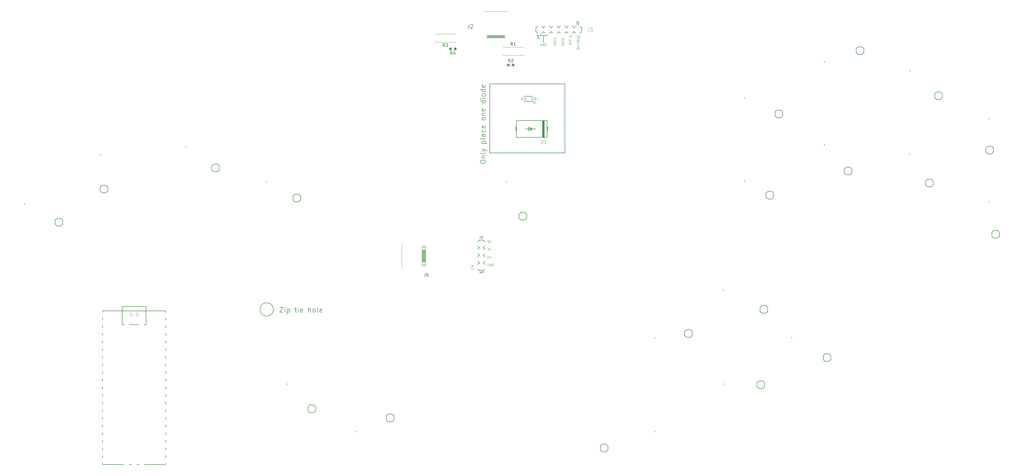
<source format=gto>
%TF.GenerationSoftware,KiCad,Pcbnew,6.0.8-f2edbf62ab~116~ubuntu22.04.1*%
%TF.CreationDate,2022-10-10T20:20:36-06:00*%
%TF.ProjectId,OF1 v1,4f463120-7631-42e6-9b69-6361645f7063,rev?*%
%TF.SameCoordinates,Original*%
%TF.FileFunction,Legend,Top*%
%TF.FilePolarity,Positive*%
%FSLAX46Y46*%
G04 Gerber Fmt 4.6, Leading zero omitted, Abs format (unit mm)*
G04 Created by KiCad (PCBNEW 6.0.8-f2edbf62ab~116~ubuntu22.04.1) date 2022-10-10 20:20:36*
%MOMM*%
%LPD*%
G01*
G04 APERTURE LIST*
G04 Aperture macros list*
%AMRoundRect*
0 Rectangle with rounded corners*
0 $1 Rounding radius*
0 $2 $3 $4 $5 $6 $7 $8 $9 X,Y pos of 4 corners*
0 Add a 4 corners polygon primitive as box body*
4,1,4,$2,$3,$4,$5,$6,$7,$8,$9,$2,$3,0*
0 Add four circle primitives for the rounded corners*
1,1,$1+$1,$2,$3*
1,1,$1+$1,$4,$5*
1,1,$1+$1,$6,$7*
1,1,$1+$1,$8,$9*
0 Add four rect primitives between the rounded corners*
20,1,$1+$1,$2,$3,$4,$5,0*
20,1,$1+$1,$4,$5,$6,$7,0*
20,1,$1+$1,$6,$7,$8,$9,0*
20,1,$1+$1,$8,$9,$2,$3,0*%
%AMFreePoly0*
4,1,17,0.425901,0.806901,0.806901,0.425901,0.825500,0.381000,0.825500,-0.381000,0.806901,-0.425901,0.425901,-0.806901,0.381000,-0.825500,-0.381000,-0.825500,-0.425901,-0.806901,-0.806901,-0.425901,-0.825500,-0.381000,-0.825500,0.381000,-0.806901,0.425901,-0.425901,0.806901,-0.381000,0.825500,0.381000,0.825500,0.425901,0.806901,0.425901,0.806901,$1*%
G04 Aperture macros list end*
%ADD10C,0.200000*%
%ADD11C,0.065024*%
%ADD12C,0.142240*%
%ADD13C,0.150000*%
%ADD14C,0.114300*%
%ADD15C,0.127000*%
%ADD16C,0.044941*%
%ADD17C,0.120000*%
%ADD18C,0.152400*%
%ADD19C,0.020000*%
%ADD20RoundRect,0.200000X0.200000X0.275000X-0.200000X0.275000X-0.200000X-0.275000X0.200000X-0.275000X0*%
%ADD21C,1.600000*%
%ADD22O,1.600000X1.600000*%
%ADD23RoundRect,0.200000X-0.200000X-0.275000X0.200000X-0.275000X0.200000X0.275000X-0.200000X0.275000X0*%
%ADD24O,3.175000X1.651000*%
%ADD25C,3.000000*%
%ADD26C,1.701800*%
%ADD27C,3.987800*%
%ADD28C,2.374900*%
%ADD29FreePoly0,0.000000*%
%ADD30O,4.622800X2.374900*%
%ADD31C,9.000000*%
%ADD32C,8.000000*%
%ADD33RoundRect,0.063500X0.605000X0.365000X-0.605000X0.365000X-0.605000X-0.365000X0.605000X-0.365000X0*%
%ADD34C,8.500000*%
%ADD35C,0.650000*%
%ADD36RoundRect,0.063500X-0.150000X-0.450000X0.150000X-0.450000X0.150000X0.450000X-0.150000X0.450000X0*%
%ADD37C,0.777000*%
%ADD38O,0.877000X1.627000*%
%ADD39C,1.500000*%
%ADD40C,2.100000*%
%ADD41O,3.327000X1.727000*%
%ADD42O,1.727000X3.327000*%
%ADD43RoundRect,0.063500X-0.400000X-0.400000X0.400000X-0.400000X0.400000X0.400000X-0.400000X0.400000X0*%
%ADD44RoundRect,0.063500X-0.620000X0.300000X-0.620000X-0.300000X0.620000X-0.300000X0.620000X0.300000X0*%
%ADD45RoundRect,0.063500X-0.620000X0.150000X-0.620000X-0.150000X0.620000X-0.150000X0.620000X0.150000X0*%
%ADD46O,2.227000X1.127000*%
%ADD47O,1.927000X1.127000*%
%ADD48O,1.651000X3.175000*%
G04 APERTURE END LIST*
D10*
X73737165Y-125753600D02*
G75*
G03*
X73737165Y-125753600I-2236065J0D01*
G01*
X145501100Y-50753600D02*
X170501100Y-50753600D01*
X170501100Y-50753600D02*
X170501100Y-73753600D01*
X170501100Y-73753600D02*
X145501100Y-73753600D01*
X162272621Y-34794232D02*
X164674246Y-34794232D01*
X145501100Y-73753600D02*
X145501100Y-50753600D01*
X164706284Y-33815094D02*
X164690587Y-33799397D01*
X163421272Y-34948854D02*
X163421272Y-36958357D01*
X164691100Y-34802747D02*
X164691100Y-34410263D01*
X162272621Y-34378054D02*
X162272621Y-34801935D01*
D11*
X145262880Y-110552081D02*
X145191663Y-110516472D01*
X145084838Y-110516472D01*
X144978013Y-110552081D01*
X144906796Y-110623297D01*
X144871188Y-110694514D01*
X144835580Y-110836948D01*
X144835580Y-110943773D01*
X144871188Y-111086206D01*
X144906796Y-111157423D01*
X144978013Y-111228640D01*
X145084838Y-111264248D01*
X145156055Y-111264248D01*
X145262880Y-111228640D01*
X145298489Y-111193031D01*
X145298489Y-110943773D01*
X145156055Y-110943773D01*
X145618964Y-111264248D02*
X145618964Y-110516472D01*
X146046265Y-111264248D01*
X146046265Y-110516472D01*
X146402348Y-111264248D02*
X146402348Y-110516472D01*
X146580390Y-110516472D01*
X146687215Y-110552081D01*
X146758432Y-110623297D01*
X146794041Y-110694514D01*
X146829649Y-110836948D01*
X146829649Y-110943773D01*
X146794041Y-111086206D01*
X146758432Y-111157423D01*
X146687215Y-111228640D01*
X146580390Y-111264248D01*
X146402348Y-111264248D01*
X171849836Y-37950909D02*
X171849836Y-37488000D01*
X172134703Y-37737258D01*
X172134703Y-37630433D01*
X172170312Y-37559217D01*
X172205920Y-37523608D01*
X172277137Y-37488000D01*
X172455179Y-37488000D01*
X172526395Y-37523608D01*
X172562004Y-37559217D01*
X172597612Y-37630433D01*
X172597612Y-37844084D01*
X172562004Y-37915300D01*
X172526395Y-37950909D01*
X171849836Y-37274350D02*
X172597612Y-37025091D01*
X171849836Y-36775832D01*
X171849836Y-36597790D02*
X171849836Y-36134881D01*
X172134703Y-36384140D01*
X172134703Y-36277315D01*
X172170312Y-36206098D01*
X172205920Y-36170490D01*
X172277137Y-36134881D01*
X172455179Y-36134881D01*
X172526395Y-36170490D01*
X172562004Y-36206098D01*
X172597612Y-36277315D01*
X172597612Y-36490965D01*
X172562004Y-36562182D01*
X172526395Y-36597790D01*
X172597612Y-35244672D02*
X172099095Y-35244672D01*
X171849836Y-35244672D02*
X171885445Y-35280280D01*
X171921053Y-35244672D01*
X171885445Y-35209063D01*
X171849836Y-35244672D01*
X171921053Y-35244672D01*
X172099095Y-34888588D02*
X172597612Y-34888588D01*
X172170312Y-34888588D02*
X172134703Y-34852980D01*
X172099095Y-34781763D01*
X172099095Y-34674938D01*
X172134703Y-34603721D01*
X172205920Y-34568113D01*
X172597612Y-34568113D01*
X174512501Y-39002948D02*
X174512501Y-39359032D01*
X174868585Y-39394640D01*
X174832977Y-39359032D01*
X174797368Y-39287815D01*
X174797368Y-39109773D01*
X174832977Y-39038557D01*
X174868585Y-39002948D01*
X174939802Y-38967340D01*
X175117844Y-38967340D01*
X175189060Y-39002948D01*
X175224669Y-39038557D01*
X175260277Y-39109773D01*
X175260277Y-39287815D01*
X175224669Y-39359032D01*
X175189060Y-39394640D01*
X174512501Y-38753690D02*
X175260277Y-38504431D01*
X174512501Y-38255172D01*
X174476893Y-37471788D02*
X175438319Y-38112739D01*
X174512501Y-37329354D02*
X175260277Y-37080096D01*
X174512501Y-36830837D01*
X174868585Y-36332320D02*
X174904193Y-36225494D01*
X174939802Y-36189886D01*
X175011018Y-36154278D01*
X175117844Y-36154278D01*
X175189060Y-36189886D01*
X175224669Y-36225494D01*
X175260277Y-36296711D01*
X175260277Y-36581578D01*
X174512501Y-36581578D01*
X174512501Y-36332320D01*
X174548110Y-36261103D01*
X174583718Y-36225494D01*
X174654935Y-36189886D01*
X174726151Y-36189886D01*
X174797368Y-36225494D01*
X174832977Y-36261103D01*
X174868585Y-36332320D01*
X174868585Y-36581578D01*
X174512501Y-35833802D02*
X175117844Y-35833802D01*
X175189060Y-35798194D01*
X175224669Y-35762586D01*
X175260277Y-35691369D01*
X175260277Y-35548935D01*
X175224669Y-35477718D01*
X175189060Y-35442110D01*
X175117844Y-35406502D01*
X174512501Y-35406502D01*
X175224669Y-35086026D02*
X175260277Y-34979201D01*
X175260277Y-34801159D01*
X175224669Y-34729942D01*
X175189060Y-34694334D01*
X175117844Y-34658726D01*
X175046627Y-34658726D01*
X174975410Y-34694334D01*
X174939802Y-34729942D01*
X174904193Y-34801159D01*
X174868585Y-34943593D01*
X174832977Y-35014810D01*
X174797368Y-35050418D01*
X174726151Y-35086026D01*
X174654935Y-35086026D01*
X174583718Y-35050418D01*
X174548110Y-35014810D01*
X174512501Y-34943593D01*
X174512501Y-34765551D01*
X174548110Y-34658726D01*
X144898153Y-106074316D02*
X144898153Y-105326540D01*
X145076195Y-105326540D01*
X145183020Y-105362149D01*
X145254237Y-105433365D01*
X145289845Y-105504582D01*
X145325454Y-105647016D01*
X145325454Y-105753841D01*
X145289845Y-105896274D01*
X145254237Y-105967491D01*
X145183020Y-106038708D01*
X145076195Y-106074316D01*
X144898153Y-106074316D01*
X145645929Y-105789449D02*
X146215663Y-105789449D01*
X166804315Y-37986517D02*
X167552091Y-37737258D01*
X166804315Y-37488000D01*
X167516483Y-37274350D02*
X167552091Y-37167524D01*
X167552091Y-36989482D01*
X167516483Y-36918266D01*
X167480874Y-36882657D01*
X167409658Y-36847049D01*
X167338441Y-36847049D01*
X167267224Y-36882657D01*
X167231616Y-36918266D01*
X167196007Y-36989482D01*
X167160399Y-37131916D01*
X167124791Y-37203133D01*
X167089182Y-37238741D01*
X167017965Y-37274350D01*
X166946749Y-37274350D01*
X166875532Y-37238741D01*
X166839924Y-37203133D01*
X166804315Y-37131916D01*
X166804315Y-36953874D01*
X166839924Y-36847049D01*
X167196007Y-36384140D02*
X167552091Y-36384140D01*
X166804315Y-36633399D02*
X167196007Y-36384140D01*
X166804315Y-36134881D01*
X167516483Y-35921231D02*
X167552091Y-35814406D01*
X167552091Y-35636364D01*
X167516483Y-35565147D01*
X167480874Y-35529539D01*
X167409658Y-35493930D01*
X167338441Y-35493930D01*
X167267224Y-35529539D01*
X167231616Y-35565147D01*
X167196007Y-35636364D01*
X167160399Y-35778798D01*
X167124791Y-35850014D01*
X167089182Y-35885623D01*
X167017965Y-35921231D01*
X166946749Y-35921231D01*
X166875532Y-35885623D01*
X166839924Y-35850014D01*
X166804315Y-35778798D01*
X166804315Y-35600756D01*
X166839924Y-35493930D01*
X170164591Y-37879692D02*
X169416815Y-37879692D01*
X169416815Y-37701650D01*
X169452424Y-37594825D01*
X169523640Y-37523608D01*
X169594857Y-37488000D01*
X169737291Y-37452391D01*
X169844116Y-37452391D01*
X169986549Y-37488000D01*
X170057766Y-37523608D01*
X170128983Y-37594825D01*
X170164591Y-37701650D01*
X170164591Y-37879692D01*
X169950941Y-37167524D02*
X169950941Y-36811441D01*
X170164591Y-37238741D02*
X169416815Y-36989482D01*
X170164591Y-36740224D01*
X169416815Y-36597790D02*
X169416815Y-36170490D01*
X170164591Y-36384140D02*
X169416815Y-36384140D01*
X169950941Y-35956839D02*
X169950941Y-35600756D01*
X170164591Y-36028056D02*
X169416815Y-35778798D01*
X170164591Y-35529539D01*
X162761989Y-37352224D02*
X162690772Y-37316615D01*
X162583947Y-37316615D01*
X162477122Y-37352224D01*
X162405905Y-37423440D01*
X162370297Y-37494657D01*
X162334689Y-37637091D01*
X162334689Y-37743916D01*
X162370297Y-37886349D01*
X162405905Y-37957566D01*
X162477122Y-38028783D01*
X162583947Y-38064391D01*
X162655164Y-38064391D01*
X162761989Y-38028783D01*
X162797598Y-37993174D01*
X162797598Y-37743916D01*
X162655164Y-37743916D01*
X163118073Y-38064391D02*
X163118073Y-37316615D01*
X163545374Y-38064391D01*
X163545374Y-37316615D01*
X163901457Y-38064391D02*
X163901457Y-37316615D01*
X164079499Y-37316615D01*
X164186324Y-37352224D01*
X164257541Y-37423440D01*
X164293150Y-37494657D01*
X164328758Y-37637091D01*
X164328758Y-37743916D01*
X164293150Y-37886349D01*
X164257541Y-37957566D01*
X164186324Y-38028783D01*
X164079499Y-38064391D01*
X163901457Y-38064391D01*
D12*
X142423206Y-76784536D02*
X142423206Y-76472962D01*
X142501100Y-76317176D01*
X142656886Y-76161389D01*
X142968460Y-76083496D01*
X143513713Y-76083496D01*
X143825286Y-76161389D01*
X143981073Y-76317176D01*
X144058966Y-76472962D01*
X144058966Y-76784536D01*
X143981073Y-76940322D01*
X143825286Y-77096109D01*
X143513713Y-77174002D01*
X142968460Y-77174002D01*
X142656886Y-77096109D01*
X142501100Y-76940322D01*
X142423206Y-76784536D01*
X142968460Y-75382456D02*
X144058966Y-75382456D01*
X143124246Y-75382456D02*
X143046353Y-75304562D01*
X142968460Y-75148776D01*
X142968460Y-74915096D01*
X143046353Y-74759309D01*
X143202140Y-74681416D01*
X144058966Y-74681416D01*
X144058966Y-73668802D02*
X143981073Y-73824589D01*
X143825286Y-73902482D01*
X142423206Y-73902482D01*
X142968460Y-73201442D02*
X144058966Y-72811976D01*
X142968460Y-72422509D02*
X144058966Y-72811976D01*
X144448433Y-72967762D01*
X144526326Y-73045656D01*
X144604220Y-73201442D01*
X142968460Y-70553069D02*
X144604220Y-70553069D01*
X143046353Y-70553069D02*
X142968460Y-70397282D01*
X142968460Y-70085709D01*
X143046353Y-69929922D01*
X143124246Y-69852029D01*
X143280033Y-69774136D01*
X143747393Y-69774136D01*
X143903180Y-69852029D01*
X143981073Y-69929922D01*
X144058966Y-70085709D01*
X144058966Y-70397282D01*
X143981073Y-70553069D01*
X144058966Y-68839416D02*
X143981073Y-68995202D01*
X143825286Y-69073096D01*
X142423206Y-69073096D01*
X144058966Y-67515229D02*
X143202140Y-67515229D01*
X143046353Y-67593122D01*
X142968460Y-67748909D01*
X142968460Y-68060482D01*
X143046353Y-68216269D01*
X143981073Y-67515229D02*
X144058966Y-67671016D01*
X144058966Y-68060482D01*
X143981073Y-68216269D01*
X143825286Y-68294162D01*
X143669500Y-68294162D01*
X143513713Y-68216269D01*
X143435820Y-68060482D01*
X143435820Y-67671016D01*
X143357926Y-67515229D01*
X143981073Y-66035256D02*
X144058966Y-66191042D01*
X144058966Y-66502616D01*
X143981073Y-66658402D01*
X143903180Y-66736296D01*
X143747393Y-66814189D01*
X143280033Y-66814189D01*
X143124246Y-66736296D01*
X143046353Y-66658402D01*
X142968460Y-66502616D01*
X142968460Y-66191042D01*
X143046353Y-66035256D01*
X143981073Y-64711069D02*
X144058966Y-64866856D01*
X144058966Y-65178429D01*
X143981073Y-65334216D01*
X143825286Y-65412109D01*
X143202140Y-65412109D01*
X143046353Y-65334216D01*
X142968460Y-65178429D01*
X142968460Y-64866856D01*
X143046353Y-64711069D01*
X143202140Y-64633176D01*
X143357926Y-64633176D01*
X143513713Y-65412109D01*
X144058966Y-62452162D02*
X143981073Y-62607949D01*
X143903180Y-62685842D01*
X143747393Y-62763736D01*
X143280033Y-62763736D01*
X143124246Y-62685842D01*
X143046353Y-62607949D01*
X142968460Y-62452162D01*
X142968460Y-62218482D01*
X143046353Y-62062696D01*
X143124246Y-61984802D01*
X143280033Y-61906909D01*
X143747393Y-61906909D01*
X143903180Y-61984802D01*
X143981073Y-62062696D01*
X144058966Y-62218482D01*
X144058966Y-62452162D01*
X142968460Y-61205869D02*
X144058966Y-61205869D01*
X143124246Y-61205869D02*
X143046353Y-61127976D01*
X142968460Y-60972189D01*
X142968460Y-60738509D01*
X143046353Y-60582722D01*
X143202140Y-60504829D01*
X144058966Y-60504829D01*
X143981073Y-59102749D02*
X144058966Y-59258536D01*
X144058966Y-59570109D01*
X143981073Y-59725896D01*
X143825286Y-59803789D01*
X143202140Y-59803789D01*
X143046353Y-59725896D01*
X142968460Y-59570109D01*
X142968460Y-59258536D01*
X143046353Y-59102749D01*
X143202140Y-59024856D01*
X143357926Y-59024856D01*
X143513713Y-59803789D01*
X144058966Y-56376482D02*
X142423206Y-56376482D01*
X143981073Y-56376482D02*
X144058966Y-56532269D01*
X144058966Y-56843842D01*
X143981073Y-56999629D01*
X143903180Y-57077522D01*
X143747393Y-57155416D01*
X143280033Y-57155416D01*
X143124246Y-57077522D01*
X143046353Y-56999629D01*
X142968460Y-56843842D01*
X142968460Y-56532269D01*
X143046353Y-56376482D01*
X144058966Y-55597549D02*
X142968460Y-55597549D01*
X142423206Y-55597549D02*
X142501100Y-55675442D01*
X142578993Y-55597549D01*
X142501100Y-55519656D01*
X142423206Y-55597549D01*
X142578993Y-55597549D01*
X144058966Y-54584936D02*
X143981073Y-54740722D01*
X143903180Y-54818616D01*
X143747393Y-54896509D01*
X143280033Y-54896509D01*
X143124246Y-54818616D01*
X143046353Y-54740722D01*
X142968460Y-54584936D01*
X142968460Y-54351256D01*
X143046353Y-54195469D01*
X143124246Y-54117576D01*
X143280033Y-54039682D01*
X143747393Y-54039682D01*
X143903180Y-54117576D01*
X143981073Y-54195469D01*
X144058966Y-54351256D01*
X144058966Y-54584936D01*
X144058966Y-52637602D02*
X142423206Y-52637602D01*
X143981073Y-52637602D02*
X144058966Y-52793389D01*
X144058966Y-53104962D01*
X143981073Y-53260749D01*
X143903180Y-53338642D01*
X143747393Y-53416536D01*
X143280033Y-53416536D01*
X143124246Y-53338642D01*
X143046353Y-53260749D01*
X142968460Y-53104962D01*
X142968460Y-52793389D01*
X143046353Y-52637602D01*
X143981073Y-51235522D02*
X144058966Y-51391309D01*
X144058966Y-51702882D01*
X143981073Y-51858669D01*
X143825286Y-51936562D01*
X143202140Y-51936562D01*
X143046353Y-51858669D01*
X142968460Y-51702882D01*
X142968460Y-51391309D01*
X143046353Y-51235522D01*
X143202140Y-51157629D01*
X143357926Y-51157629D01*
X143513713Y-51936562D01*
X75827236Y-125039946D02*
X76917742Y-125039946D01*
X75827236Y-126675706D01*
X76917742Y-126675706D01*
X77540889Y-126675706D02*
X77540889Y-125585200D01*
X77540889Y-125039946D02*
X77462996Y-125117840D01*
X77540889Y-125195733D01*
X77618782Y-125117840D01*
X77540889Y-125039946D01*
X77540889Y-125195733D01*
X78319822Y-125585200D02*
X78319822Y-127220960D01*
X78319822Y-125663093D02*
X78475609Y-125585200D01*
X78787182Y-125585200D01*
X78942969Y-125663093D01*
X79020862Y-125740986D01*
X79098756Y-125896773D01*
X79098756Y-126364133D01*
X79020862Y-126519920D01*
X78942969Y-126597813D01*
X78787182Y-126675706D01*
X78475609Y-126675706D01*
X78319822Y-126597813D01*
X80812409Y-125585200D02*
X81435556Y-125585200D01*
X81046089Y-125039946D02*
X81046089Y-126442026D01*
X81123982Y-126597813D01*
X81279769Y-126675706D01*
X81435556Y-126675706D01*
X81980809Y-126675706D02*
X81980809Y-125585200D01*
X81980809Y-125039946D02*
X81902916Y-125117840D01*
X81980809Y-125195733D01*
X82058702Y-125117840D01*
X81980809Y-125039946D01*
X81980809Y-125195733D01*
X83382889Y-126597813D02*
X83227102Y-126675706D01*
X82915529Y-126675706D01*
X82759742Y-126597813D01*
X82681849Y-126442026D01*
X82681849Y-125818880D01*
X82759742Y-125663093D01*
X82915529Y-125585200D01*
X83227102Y-125585200D01*
X83382889Y-125663093D01*
X83460782Y-125818880D01*
X83460782Y-125974666D01*
X82681849Y-126130453D01*
X85408116Y-126675706D02*
X85408116Y-125039946D01*
X86109156Y-126675706D02*
X86109156Y-125818880D01*
X86031262Y-125663093D01*
X85875476Y-125585200D01*
X85641796Y-125585200D01*
X85486009Y-125663093D01*
X85408116Y-125740986D01*
X87121769Y-126675706D02*
X86965982Y-126597813D01*
X86888089Y-126519920D01*
X86810196Y-126364133D01*
X86810196Y-125896773D01*
X86888089Y-125740986D01*
X86965982Y-125663093D01*
X87121769Y-125585200D01*
X87355449Y-125585200D01*
X87511236Y-125663093D01*
X87589129Y-125740986D01*
X87667022Y-125896773D01*
X87667022Y-126364133D01*
X87589129Y-126519920D01*
X87511236Y-126597813D01*
X87355449Y-126675706D01*
X87121769Y-126675706D01*
X88601742Y-126675706D02*
X88445956Y-126597813D01*
X88368062Y-126442026D01*
X88368062Y-125039946D01*
X89848036Y-126597813D02*
X89692249Y-126675706D01*
X89380676Y-126675706D01*
X89224889Y-126597813D01*
X89146996Y-126442026D01*
X89146996Y-125818880D01*
X89224889Y-125663093D01*
X89380676Y-125585200D01*
X89692249Y-125585200D01*
X89848036Y-125663093D01*
X89925929Y-125818880D01*
X89925929Y-125974666D01*
X89146996Y-126130453D01*
D11*
X145246109Y-102848340D02*
X144890025Y-102848340D01*
X144854417Y-103204424D01*
X144890025Y-103168816D01*
X144961242Y-103133207D01*
X145139284Y-103133207D01*
X145210500Y-103168816D01*
X145246109Y-103204424D01*
X145281717Y-103275641D01*
X145281717Y-103453683D01*
X145246109Y-103524899D01*
X145210500Y-103560508D01*
X145139284Y-103596116D01*
X144961242Y-103596116D01*
X144890025Y-103560508D01*
X144854417Y-103524899D01*
X145495367Y-102848340D02*
X145744626Y-103596116D01*
X145993885Y-102848340D01*
X144833516Y-108739604D02*
X144833516Y-107991828D01*
X145011558Y-107991828D01*
X145118383Y-108027437D01*
X145189600Y-108098653D01*
X145225208Y-108169870D01*
X145260817Y-108312304D01*
X145260817Y-108419129D01*
X145225208Y-108561562D01*
X145189600Y-108632779D01*
X145118383Y-108703996D01*
X145011558Y-108739604D01*
X144833516Y-108739604D01*
X145581292Y-108454737D02*
X146151026Y-108454737D01*
X145866159Y-108739604D02*
X145866159Y-108169870D01*
D13*
%TO.C,R4*%
X133119600Y-41024681D02*
X132786267Y-40548491D01*
X132548171Y-41024681D02*
X132548171Y-40024681D01*
X132929124Y-40024681D01*
X133024362Y-40072301D01*
X133071981Y-40119920D01*
X133119600Y-40215158D01*
X133119600Y-40358015D01*
X133071981Y-40453253D01*
X133024362Y-40500872D01*
X132929124Y-40548491D01*
X132548171Y-40548491D01*
X133976743Y-40358015D02*
X133976743Y-41024681D01*
X133738647Y-39977062D02*
X133500552Y-40691348D01*
X134119600Y-40691348D01*
%TO.C,R3*%
X130643333Y-38382380D02*
X130310000Y-37906190D01*
X130071904Y-38382380D02*
X130071904Y-37382380D01*
X130452857Y-37382380D01*
X130548095Y-37430000D01*
X130595714Y-37477619D01*
X130643333Y-37572857D01*
X130643333Y-37715714D01*
X130595714Y-37810952D01*
X130548095Y-37858571D01*
X130452857Y-37906190D01*
X130071904Y-37906190D01*
X130976666Y-37382380D02*
X131595714Y-37382380D01*
X131262380Y-37763333D01*
X131405238Y-37763333D01*
X131500476Y-37810952D01*
X131548095Y-37858571D01*
X131595714Y-37953809D01*
X131595714Y-38191904D01*
X131548095Y-38287142D01*
X131500476Y-38334761D01*
X131405238Y-38382380D01*
X131119523Y-38382380D01*
X131024285Y-38334761D01*
X130976666Y-38287142D01*
%TO.C,R2*%
X152324609Y-43532963D02*
X151991276Y-43056773D01*
X151753180Y-43532963D02*
X151753180Y-42532963D01*
X152134133Y-42532963D01*
X152229371Y-42580583D01*
X152276990Y-42628202D01*
X152324609Y-42723440D01*
X152324609Y-42866297D01*
X152276990Y-42961535D01*
X152229371Y-43009154D01*
X152134133Y-43056773D01*
X151753180Y-43056773D01*
X152705561Y-42628202D02*
X152753180Y-42580583D01*
X152848418Y-42532963D01*
X153086514Y-42532963D01*
X153181752Y-42580583D01*
X153229371Y-42628202D01*
X153276990Y-42723440D01*
X153276990Y-42818678D01*
X153229371Y-42961535D01*
X152657942Y-43532963D01*
X153276990Y-43532963D01*
%TO.C,R1*%
X153177573Y-38002325D02*
X152844240Y-37526135D01*
X152606144Y-38002325D02*
X152606144Y-37002325D01*
X152987097Y-37002325D01*
X153082335Y-37049945D01*
X153129954Y-37097564D01*
X153177573Y-37192802D01*
X153177573Y-37335659D01*
X153129954Y-37430897D01*
X153082335Y-37478516D01*
X152987097Y-37526135D01*
X152606144Y-37526135D01*
X154129954Y-38002325D02*
X153558525Y-38002325D01*
X153844240Y-38002325D02*
X153844240Y-37002325D01*
X153749001Y-37145183D01*
X153653763Y-37240421D01*
X153558525Y-37288040D01*
D14*
%TO.C,J4*%
X139067116Y-112153938D02*
X139892616Y-112153938D01*
X140057716Y-112208971D01*
X140167783Y-112319038D01*
X140222816Y-112484138D01*
X140222816Y-112594205D01*
X139452350Y-111108305D02*
X140222816Y-111108305D01*
X139012083Y-111383471D02*
X139837583Y-111658638D01*
X139837583Y-110943205D01*
D15*
X142563636Y-101575050D02*
X143325636Y-101575050D01*
X142128207Y-101847192D02*
X142944636Y-102119335D01*
X142944636Y-101411764D01*
X143325636Y-113023192D02*
X143325636Y-113676335D01*
X143325636Y-113349764D02*
X142182636Y-113349764D01*
X142345922Y-113458621D01*
X142454779Y-113567478D01*
X142509207Y-113676335D01*
D14*
%TO.C,D1*%
X162525605Y-70609819D02*
X162525605Y-69454119D01*
X162800771Y-69454119D01*
X162965871Y-69509153D01*
X163075938Y-69619219D01*
X163130971Y-69729286D01*
X163186005Y-69949419D01*
X163186005Y-70114519D01*
X163130971Y-70334653D01*
X163075938Y-70444719D01*
X162965871Y-70554786D01*
X162800771Y-70609819D01*
X162525605Y-70609819D01*
X164286671Y-70609819D02*
X163626271Y-70609819D01*
X163956471Y-70609819D02*
X163956471Y-69454119D01*
X163846405Y-69619219D01*
X163736338Y-69729286D01*
X163626271Y-69784319D01*
D13*
%TO.C,@HOLE11*%
%TO.C,@HOLE8*%
%TO.C,@HOLE0*%
D16*
%TO.C,D2*%
X160006329Y-57261591D02*
X160006329Y-56695917D01*
X160141013Y-56695917D01*
X160221824Y-56722854D01*
X160275698Y-56776727D01*
X160302634Y-56830601D01*
X160329571Y-56938348D01*
X160329571Y-57019159D01*
X160302634Y-57126906D01*
X160275698Y-57180780D01*
X160221824Y-57234654D01*
X160141013Y-57261591D01*
X160006329Y-57261591D01*
X160545066Y-56749790D02*
X160572003Y-56722854D01*
X160625877Y-56695917D01*
X160760561Y-56695917D01*
X160814435Y-56722854D01*
X160841372Y-56749790D01*
X160868308Y-56803664D01*
X160868308Y-56857538D01*
X160841372Y-56938348D01*
X160518129Y-57261591D01*
X160868308Y-57261591D01*
D13*
%TO.C,@HOLE9*%
%TO.C,@HOLE14*%
%TO.C,J2*%
X138677552Y-31086422D02*
X138677552Y-31993565D01*
X138617076Y-32174994D01*
X138496124Y-32295946D01*
X138314695Y-32356422D01*
X138193743Y-32356422D01*
X139221838Y-31207375D02*
X139282314Y-31146899D01*
X139403266Y-31086422D01*
X139705647Y-31086422D01*
X139826600Y-31146899D01*
X139887076Y-31207375D01*
X139947552Y-31328327D01*
X139947552Y-31449279D01*
X139887076Y-31630708D01*
X139161362Y-32356422D01*
X139947552Y-32356422D01*
%TO.C,@HOLE13*%
%TO.C,@HOLE1*%
%TO.C,@HOLE2*%
%TO.C,@HOLE10*%
%TO.C,@HOLE15*%
%TO.C,@HOLE6*%
%TO.C,@HOLE16*%
%TO.C,@HOLE3*%
%TO.C,@HOLE12*%
%TO.C,@HOLE4*%
%TO.C,J5*%
X124126666Y-113752380D02*
X124126666Y-114466666D01*
X124079047Y-114609523D01*
X123983809Y-114704761D01*
X123840952Y-114752380D01*
X123745714Y-114752380D01*
X125079047Y-113752380D02*
X124602857Y-113752380D01*
X124555238Y-114228571D01*
X124602857Y-114180952D01*
X124698095Y-114133333D01*
X124936190Y-114133333D01*
X125031428Y-114180952D01*
X125079047Y-114228571D01*
X125126666Y-114323809D01*
X125126666Y-114561904D01*
X125079047Y-114657142D01*
X125031428Y-114704761D01*
X124936190Y-114752380D01*
X124698095Y-114752380D01*
X124602857Y-114704761D01*
X124555238Y-114657142D01*
D14*
%TO.C,J3*%
X178479661Y-32120716D02*
X178479661Y-32946216D01*
X178424628Y-33111316D01*
X178314561Y-33221383D01*
X178149461Y-33276416D01*
X178039395Y-33276416D01*
X178919928Y-32120716D02*
X179635361Y-32120716D01*
X179250128Y-32560983D01*
X179415228Y-32560983D01*
X179525295Y-32616016D01*
X179580328Y-32671050D01*
X179635361Y-32781116D01*
X179635361Y-33056283D01*
X179580328Y-33166350D01*
X179525295Y-33221383D01*
X179415228Y-33276416D01*
X179085028Y-33276416D01*
X178974961Y-33221383D01*
X178919928Y-33166350D01*
D15*
X162053522Y-35631815D02*
X161400379Y-35631815D01*
X161726950Y-35631815D02*
X161726950Y-34488815D01*
X161618093Y-34652101D01*
X161509236Y-34760958D01*
X161400379Y-34815386D01*
X175060650Y-29905171D02*
X174842935Y-29905171D01*
X174734078Y-29959600D01*
X174679650Y-30014028D01*
X174570792Y-30177314D01*
X174516364Y-30395028D01*
X174516364Y-30830457D01*
X174570792Y-30939314D01*
X174625221Y-30993742D01*
X174734078Y-31048171D01*
X174951792Y-31048171D01*
X175060650Y-30993742D01*
X175115078Y-30939314D01*
X175169507Y-30830457D01*
X175169507Y-30558314D01*
X175115078Y-30449457D01*
X175060650Y-30395028D01*
X174951792Y-30340600D01*
X174734078Y-30340600D01*
X174625221Y-30395028D01*
X174570792Y-30449457D01*
X174516364Y-30558314D01*
D13*
%TO.C,@HOLE5*%
%TO.C,@HOLE7*%
D17*
%TO.C,R4*%
X133523525Y-38619801D02*
X133049009Y-38619801D01*
X133523525Y-39664801D02*
X133049009Y-39664801D01*
%TO.C,R3*%
X127540000Y-34190000D02*
X127540000Y-34520000D01*
X134080000Y-36930000D02*
X127540000Y-36930000D01*
X134080000Y-34190000D02*
X127540000Y-34190000D01*
X134080000Y-34520000D02*
X134080000Y-34190000D01*
X134080000Y-36600000D02*
X134080000Y-36930000D01*
X127540000Y-36930000D02*
X127540000Y-36600000D01*
%TO.C,R2*%
X152254018Y-45033083D02*
X152728534Y-45033083D01*
X152254018Y-43988083D02*
X152728534Y-43988083D01*
%TO.C,R1*%
X156614240Y-41289945D02*
X156614240Y-40959945D01*
X150074240Y-38549945D02*
X156614240Y-38549945D01*
X150074240Y-41289945D02*
X156614240Y-41289945D01*
X150074240Y-40959945D02*
X150074240Y-41289945D01*
X150074240Y-38879945D02*
X150074240Y-38549945D01*
X156614240Y-38549945D02*
X156614240Y-38879945D01*
D18*
%TO.C,J4*%
X143380065Y-107753600D02*
X144015065Y-108388600D01*
X141475065Y-107118600D02*
X141475065Y-105848600D01*
X141475065Y-112198600D02*
X142110065Y-112833600D01*
X144015065Y-107118600D02*
X143380065Y-107753600D01*
X142110065Y-110293600D02*
X141475065Y-109658600D01*
X143380065Y-102673600D02*
X144015065Y-103308600D01*
X141475065Y-103308600D02*
X142110065Y-102673600D01*
X143380065Y-105213600D02*
X144015065Y-104578600D01*
X143380065Y-105213600D02*
X144015065Y-105848600D01*
X141475065Y-109658600D02*
X141475065Y-108388600D01*
X141475065Y-104578600D02*
X142110065Y-105213600D01*
X141475065Y-105848600D02*
X142110065Y-105213600D01*
X144015065Y-103308600D02*
X144015065Y-104578600D01*
X142110065Y-112833600D02*
X143380065Y-112833600D01*
X143380065Y-112833600D02*
X144015065Y-112198600D01*
X144015065Y-108388600D02*
X144015065Y-109658600D01*
X141475065Y-104578600D02*
X141475065Y-103308600D01*
X141475065Y-110928600D02*
X142110065Y-110293600D01*
X142110065Y-107753600D02*
X141475065Y-107118600D01*
X142110065Y-102673600D02*
X143380065Y-102673600D01*
X141475065Y-112198600D02*
X141475065Y-110928600D01*
X141475065Y-108388600D02*
X142110065Y-107753600D01*
X143380065Y-110293600D02*
X144015065Y-110928600D01*
X144015065Y-110928600D02*
X144015065Y-112198600D01*
X144015065Y-105848600D02*
X144015065Y-107118600D01*
X144015065Y-109658600D02*
X143380065Y-110293600D01*
D15*
%TO.C,U$15*%
X285000100Y-73773600D02*
X285000100Y-74154600D01*
D18*
%TO.C,JP11*%
X265136100Y-78483600D02*
X265771100Y-79118600D01*
X263231100Y-80388600D02*
X263866100Y-81023600D01*
X263231100Y-79118600D02*
X263231100Y-80388600D01*
X265136100Y-81023600D02*
X263866100Y-81023600D01*
X265771100Y-80388600D02*
X265136100Y-81023600D01*
X265771100Y-79118600D02*
X265771100Y-80388600D01*
X263866100Y-78483600D02*
X265136100Y-78483600D01*
X263866100Y-78483600D02*
X263231100Y-79118600D01*
D15*
%TO.C,U$11*%
X285000100Y-46163600D02*
X285000100Y-46544600D01*
D18*
%TO.C,JP10*%
X239136100Y-89023600D02*
X237866100Y-89023600D01*
X237231100Y-88388600D02*
X237866100Y-89023600D01*
X237866100Y-86483600D02*
X239136100Y-86483600D01*
X239771100Y-88388600D02*
X239136100Y-89023600D01*
X239136100Y-86483600D02*
X239771100Y-87118600D01*
X239771100Y-87118600D02*
X239771100Y-88388600D01*
X237866100Y-86483600D02*
X237231100Y-87118600D01*
X237231100Y-87118600D02*
X237231100Y-88388600D01*
D15*
%TO.C,U$17*%
X223112100Y-119133600D02*
X223112100Y-119514600D01*
D18*
%TO.C,JP5*%
X82771100Y-89388600D02*
X82136100Y-90023600D01*
X80866100Y-87483600D02*
X82136100Y-87483600D01*
X82136100Y-87483600D02*
X82771100Y-88118600D01*
X80866100Y-87483600D02*
X80231100Y-88118600D01*
X80231100Y-89388600D02*
X80866100Y-90023600D01*
X82771100Y-88118600D02*
X82771100Y-89388600D01*
X82136100Y-90023600D02*
X80866100Y-90023600D01*
X80231100Y-88118600D02*
X80231100Y-89388600D01*
D15*
%TO.C,U$6*%
X78292100Y-150318600D02*
X78292100Y-150699600D01*
D18*
%TO.C,D1*%
X158358100Y-66337800D02*
X158358100Y-65169400D01*
X159501100Y-65753600D02*
X159501100Y-65169400D01*
X159501100Y-65753600D02*
X157215100Y-65753600D01*
X164581100Y-68547600D02*
X154421100Y-68547600D01*
X160771100Y-65753600D02*
X159501100Y-65753600D01*
X154421100Y-68547600D02*
X154421100Y-62959600D01*
X159501100Y-66337800D02*
X159501100Y-65753600D01*
X164581100Y-62959600D02*
X164581100Y-68547600D01*
X159501100Y-65753600D02*
X158358100Y-66337800D01*
X158358100Y-65169400D02*
X159501100Y-65753600D01*
X154421100Y-62959600D02*
X164581100Y-62959600D01*
G36*
X163692100Y-68547600D02*
G01*
X162930100Y-68547600D01*
X162930100Y-62959600D01*
X163692100Y-62959600D01*
X163692100Y-68547600D01*
G37*
G36*
X154421100Y-66388600D02*
G01*
X153532100Y-66388600D01*
X153532100Y-65118600D01*
X154421100Y-65118600D01*
X154421100Y-66388600D01*
G37*
G36*
X165470100Y-66388600D02*
G01*
X164581100Y-66388600D01*
X164581100Y-65118600D01*
X165470100Y-65118600D01*
X165470100Y-66388600D01*
G37*
D15*
%TO.C,U$20*%
X223112100Y-150318600D02*
X223112100Y-150699600D01*
%TO.C,D2*%
X157076100Y-54903600D02*
X159926100Y-54903600D01*
X159926100Y-56603600D02*
X157076100Y-56603600D01*
D10*
X161601100Y-55753600D02*
G75*
G03*
X161601100Y-55753600I-100000J0D01*
G01*
D18*
%TO.C,JP18*%
X210866100Y-132483600D02*
X210231100Y-133118600D01*
X212771100Y-134388600D02*
X212136100Y-135023600D01*
X210231100Y-133118600D02*
X210231100Y-134388600D01*
X212136100Y-132483600D02*
X212771100Y-133118600D01*
X210866100Y-132483600D02*
X212136100Y-132483600D01*
X212771100Y-133118600D02*
X212771100Y-134388600D01*
X212136100Y-135023600D02*
X210866100Y-135023600D01*
X210231100Y-134388600D02*
X210866100Y-135023600D01*
D15*
%TO.C,U$10*%
X256645100Y-43188600D02*
X256645100Y-43569600D01*
D18*
%TO.C,JP6*%
X85231100Y-159388600D02*
X85866100Y-160023600D01*
X85866100Y-157483600D02*
X85231100Y-158118600D01*
X85231100Y-158118600D02*
X85231100Y-159388600D01*
X87136100Y-160023600D02*
X85866100Y-160023600D01*
X87771100Y-159388600D02*
X87136100Y-160023600D01*
X87771100Y-158118600D02*
X87771100Y-159388600D01*
X85866100Y-157483600D02*
X87136100Y-157483600D01*
X87136100Y-157483600D02*
X87771100Y-158118600D01*
%TO.C,JP14*%
X310231100Y-73388600D02*
X310866100Y-74023600D01*
X312771100Y-73388600D02*
X312136100Y-74023600D01*
X312771100Y-72118600D02*
X312771100Y-73388600D01*
X310231100Y-72118600D02*
X310231100Y-73388600D01*
X310866100Y-71483600D02*
X310231100Y-72118600D01*
X312136100Y-71483600D02*
X312771100Y-72118600D01*
X310866100Y-71483600D02*
X312136100Y-71483600D01*
X312136100Y-74023600D02*
X310866100Y-74023600D01*
%TO.C,JP4*%
X53866100Y-77483600D02*
X55136100Y-77483600D01*
X55136100Y-77483600D02*
X55771100Y-78118600D01*
X55771100Y-78118600D02*
X55771100Y-79388600D01*
X53231100Y-79388600D02*
X53866100Y-80023600D01*
X55771100Y-79388600D02*
X55136100Y-80023600D01*
X53231100Y-78118600D02*
X53231100Y-79388600D01*
X53866100Y-77483600D02*
X53231100Y-78118600D01*
X55136100Y-80023600D02*
X53866100Y-80023600D01*
D15*
%TO.C,U$13*%
X230127100Y-82793600D02*
X230127100Y-83174600D01*
D18*
%TO.C,JP9*%
X240866100Y-59483600D02*
X240231100Y-60118600D01*
X242771100Y-60118600D02*
X242771100Y-61388600D01*
X242136100Y-59483600D02*
X242771100Y-60118600D01*
X242136100Y-62023600D02*
X240866100Y-62023600D01*
X242771100Y-61388600D02*
X242136100Y-62023600D01*
X240231100Y-61388600D02*
X240866100Y-62023600D01*
X240231100Y-60118600D02*
X240231100Y-61388600D01*
X240866100Y-59483600D02*
X242136100Y-59483600D01*
D17*
%TO.C,J2*%
X151568981Y-26753600D02*
X143568981Y-26753600D01*
D15*
%TO.C,U$1*%
X-8874900Y-90433600D02*
X-8874900Y-90814600D01*
%TO.C,U$21*%
X200425100Y-166088600D02*
X200425100Y-166469600D01*
D18*
%TO.C,JP16*%
X290866100Y-82483600D02*
X290231100Y-83118600D01*
X292136100Y-82483600D02*
X292771100Y-83118600D01*
X290866100Y-82483600D02*
X292136100Y-82483600D01*
X292136100Y-85023600D02*
X290866100Y-85023600D01*
X290231100Y-83118600D02*
X290231100Y-84388600D01*
X290231100Y-84388600D02*
X290866100Y-85023600D01*
X292771100Y-83118600D02*
X292771100Y-84388600D01*
X292771100Y-84388600D02*
X292136100Y-85023600D01*
D15*
%TO.C,U$2*%
X16405100Y-74130600D02*
X16405100Y-74511600D01*
%TO.C,U$4*%
X44761100Y-71404600D02*
X44761100Y-71785600D01*
D18*
%TO.C,JP20*%
X236771100Y-151388600D02*
X236136100Y-152023600D01*
X236136100Y-152023600D02*
X234866100Y-152023600D01*
X234231100Y-150118600D02*
X234231100Y-151388600D01*
X234866100Y-149483600D02*
X234231100Y-150118600D01*
X236136100Y-149483600D02*
X236771100Y-150118600D01*
X236771100Y-150118600D02*
X236771100Y-151388600D01*
X234866100Y-149483600D02*
X236136100Y-149483600D01*
X234231100Y-151388600D02*
X234866100Y-152023600D01*
D15*
%TO.C,U$7*%
X100980100Y-166087600D02*
X100980100Y-166468600D01*
D18*
%TO.C,JP13*%
X295136100Y-53483600D02*
X295771100Y-54118600D01*
X295136100Y-56023600D02*
X293866100Y-56023600D01*
X293231100Y-54118600D02*
X293231100Y-55388600D01*
X293231100Y-55388600D02*
X293866100Y-56023600D01*
X293866100Y-53483600D02*
X295136100Y-53483600D01*
X295771100Y-55388600D02*
X295136100Y-56023600D01*
X293866100Y-53483600D02*
X293231100Y-54118600D01*
X295771100Y-54118600D02*
X295771100Y-55388600D01*
D15*
%TO.C,U$19*%
X245769100Y-134903600D02*
X245769100Y-135284600D01*
D18*
%TO.C,JP17*%
X235231100Y-126388600D02*
X235866100Y-127023600D01*
X237771100Y-126388600D02*
X237136100Y-127023600D01*
X237136100Y-127023600D02*
X235866100Y-127023600D01*
X237136100Y-124483600D02*
X237771100Y-125118600D01*
X235231100Y-125118600D02*
X235231100Y-126388600D01*
X237771100Y-125118600D02*
X237771100Y-126388600D01*
X235866100Y-124483600D02*
X237136100Y-124483600D01*
X235866100Y-124483600D02*
X235231100Y-125118600D01*
%TO.C,JP12*%
X269136100Y-38483600D02*
X269771100Y-39118600D01*
X269771100Y-39118600D02*
X269771100Y-40388600D01*
X269136100Y-41023600D02*
X267866100Y-41023600D01*
X267866100Y-38483600D02*
X267231100Y-39118600D01*
X267866100Y-38483600D02*
X269136100Y-38483600D01*
X269771100Y-40388600D02*
X269136100Y-41023600D01*
X267231100Y-39118600D02*
X267231100Y-40388600D01*
X267231100Y-40388600D02*
X267866100Y-41023600D01*
D15*
%TO.C,J1*%
X38001100Y-177253600D02*
X17001100Y-177253600D01*
X31501100Y-124753600D02*
X31401100Y-126253600D01*
X23501100Y-126253600D02*
X23501100Y-130753600D01*
X23501100Y-130753600D02*
X31501100Y-130753600D01*
X23501100Y-126253600D02*
X31401100Y-126253600D01*
X23501100Y-124753600D02*
X31501100Y-124753600D01*
X31501100Y-130753600D02*
X31401100Y-126253600D01*
X17001100Y-177253600D02*
X17001100Y-126253600D01*
X31401100Y-126253600D02*
X38001100Y-126253600D01*
X17001100Y-126253600D02*
X23501100Y-126253600D01*
X38001100Y-126253600D02*
X38001100Y-177253600D01*
X23501100Y-126253600D02*
X23501100Y-124753600D01*
D18*
%TO.C,JP15*%
X314136100Y-99483600D02*
X314771100Y-100118600D01*
X314771100Y-101388600D02*
X314136100Y-102023600D01*
X312866100Y-99483600D02*
X314136100Y-99483600D01*
X312231100Y-101388600D02*
X312866100Y-102023600D01*
X312231100Y-100118600D02*
X312231100Y-101388600D01*
X314136100Y-102023600D02*
X312866100Y-102023600D01*
X312866100Y-99483600D02*
X312231100Y-100118600D01*
X314771100Y-100118600D02*
X314771100Y-101388600D01*
D15*
%TO.C,U$5*%
X71333100Y-83167600D02*
X71333100Y-83548600D01*
%TO.C,U$18*%
X200425100Y-134903600D02*
X200425100Y-135284600D01*
%TO.C,U$16*%
X311223100Y-89809600D02*
X311223100Y-90190600D01*
D18*
%TO.C,JP7*%
X113136100Y-160483600D02*
X113771100Y-161118600D01*
X111866100Y-160483600D02*
X113136100Y-160483600D01*
X111231100Y-161118600D02*
X111231100Y-162388600D01*
X113771100Y-161118600D02*
X113771100Y-162388600D01*
X111231100Y-162388600D02*
X111866100Y-163023600D01*
X113771100Y-162388600D02*
X113136100Y-163023600D01*
X111866100Y-160483600D02*
X111231100Y-161118600D01*
X113136100Y-163023600D02*
X111866100Y-163023600D01*
D19*
%TO.C,J5*%
X116299393Y-103971075D02*
X116299393Y-111971075D01*
D18*
%TO.C,JP2*%
X3771100Y-96118600D02*
X3771100Y-97388600D01*
X1231100Y-97388600D02*
X1866100Y-98023600D01*
X1866100Y-95483600D02*
X3136100Y-95483600D01*
X1231100Y-96118600D02*
X1231100Y-97388600D01*
X3136100Y-98023600D02*
X1866100Y-98023600D01*
X3771100Y-97388600D02*
X3136100Y-98023600D01*
X3136100Y-95483600D02*
X3771100Y-96118600D01*
X1866100Y-95483600D02*
X1231100Y-96118600D01*
%TO.C,JP8*%
X157771100Y-94118600D02*
X157771100Y-95388600D01*
X157136100Y-96023600D02*
X155866100Y-96023600D01*
X155866100Y-93483600D02*
X155231100Y-94118600D01*
X155231100Y-94118600D02*
X155231100Y-95388600D01*
X155866100Y-93483600D02*
X157136100Y-93483600D01*
X157136100Y-93483600D02*
X157771100Y-94118600D01*
X155231100Y-95388600D02*
X155866100Y-96023600D01*
X157771100Y-95388600D02*
X157136100Y-96023600D01*
D15*
%TO.C,U$12*%
X311223100Y-62199600D02*
X311223100Y-62580600D01*
%TO.C,U$9*%
X230127100Y-55184600D02*
X230127100Y-55565600D01*
D18*
%TO.C,JP21*%
X182866100Y-170483600D02*
X182231100Y-171118600D01*
X184136100Y-173023600D02*
X182866100Y-173023600D01*
X182231100Y-172388600D02*
X182866100Y-173023600D01*
X184771100Y-171118600D02*
X184771100Y-172388600D01*
X182231100Y-171118600D02*
X182231100Y-172388600D01*
X182866100Y-170483600D02*
X184136100Y-170483600D01*
X184136100Y-170483600D02*
X184771100Y-171118600D01*
X184771100Y-172388600D02*
X184136100Y-173023600D01*
D15*
%TO.C,U$14*%
X256645100Y-70798600D02*
X256645100Y-71179600D01*
D18*
%TO.C,JP19*%
X258136100Y-143023600D02*
X256866100Y-143023600D01*
X256866100Y-140483600D02*
X256231100Y-141118600D01*
X258771100Y-142388600D02*
X258136100Y-143023600D01*
X258136100Y-140483600D02*
X258771100Y-141118600D01*
X256231100Y-142388600D02*
X256866100Y-143023600D01*
X256231100Y-141118600D02*
X256231100Y-142388600D01*
X258771100Y-141118600D02*
X258771100Y-142388600D01*
X256866100Y-140483600D02*
X258136100Y-140483600D01*
%TO.C,J3*%
X160881100Y-33388600D02*
X161516100Y-34023600D01*
X175486100Y-34023600D02*
X174216100Y-34023600D01*
X166596100Y-31483600D02*
X167866100Y-31483600D01*
X175486100Y-31483600D02*
X176121100Y-32118600D01*
X170406100Y-31483600D02*
X171041100Y-32118600D01*
X171676100Y-34023600D02*
X171041100Y-33388600D01*
X172946100Y-31483600D02*
X173581100Y-32118600D01*
X165326100Y-34023600D02*
X164056100Y-34023600D01*
X165961100Y-32118600D02*
X166596100Y-31483600D01*
X165961100Y-33388600D02*
X165326100Y-34023600D01*
X173581100Y-32118600D02*
X174216100Y-31483600D01*
X165326100Y-31483600D02*
X165961100Y-32118600D01*
X166596100Y-34023600D02*
X165961100Y-33388600D01*
X164056100Y-31483600D02*
X165326100Y-31483600D01*
X167866100Y-34023600D02*
X166596100Y-34023600D01*
X171676100Y-31483600D02*
X172946100Y-31483600D01*
X161516100Y-31483600D02*
X160881100Y-32118600D01*
X168501100Y-33388600D02*
X169136100Y-34023600D01*
X162786100Y-31483600D02*
X163421100Y-32118600D01*
X164056100Y-34023600D02*
X163421100Y-33388600D01*
X174216100Y-31483600D02*
X175486100Y-31483600D01*
X171041100Y-32118600D02*
X171676100Y-31483600D01*
X162786100Y-34023600D02*
X161516100Y-34023600D01*
X160881100Y-32118600D02*
X160881100Y-33388600D01*
X176121100Y-32118600D02*
X176121100Y-33388600D01*
X168501100Y-33388600D02*
X167866100Y-34023600D01*
X163421100Y-33388600D02*
X162786100Y-34023600D01*
X167866100Y-31483600D02*
X168501100Y-32118600D01*
X170406100Y-34023600D02*
X169136100Y-34023600D01*
X163421100Y-32118600D02*
X164056100Y-31483600D01*
X176121100Y-33388600D02*
X175486100Y-34023600D01*
X172946100Y-34023600D02*
X171676100Y-34023600D01*
X174216100Y-34023600D02*
X173581100Y-33388600D01*
X173581100Y-33388600D02*
X172946100Y-34023600D01*
X161516100Y-31483600D02*
X162786100Y-31483600D01*
X171041100Y-33388600D02*
X170406100Y-34023600D01*
X169136100Y-31483600D02*
X170406100Y-31483600D01*
X169136100Y-31483600D02*
X168501100Y-32118600D01*
%TO.C,JP3*%
X18136100Y-84483600D02*
X18771100Y-85118600D01*
X16866100Y-84483600D02*
X16231100Y-85118600D01*
X18771100Y-85118600D02*
X18771100Y-86388600D01*
X18771100Y-86388600D02*
X18136100Y-87023600D01*
X16231100Y-86388600D02*
X16866100Y-87023600D01*
X16231100Y-85118600D02*
X16231100Y-86388600D01*
X18136100Y-87023600D02*
X16866100Y-87023600D01*
X16866100Y-84483600D02*
X18136100Y-84483600D01*
D15*
%TO.C,U$8*%
X151065100Y-83167600D02*
X151065100Y-83548600D01*
%TD*%
%LPC*%
D20*
%TO.C,R4*%
X134111267Y-39142301D03*
X132461267Y-39142301D03*
%TD*%
D21*
%TO.C,R3*%
X134620000Y-35560000D03*
D22*
X127000000Y-35560000D03*
%TD*%
D23*
%TO.C,R2*%
X151666276Y-44510583D03*
X153316276Y-44510583D03*
%TD*%
D21*
%TO.C,R1*%
X149534240Y-39919945D03*
D22*
X157154240Y-39919945D03*
%TD*%
D24*
%TO.C,J4*%
X142745065Y-111563600D03*
X142745065Y-109023600D03*
X142745065Y-106483600D03*
X142745065Y-103943600D03*
%TD*%
D25*
%TO.C,U$15*%
X280301100Y-77837600D03*
D26*
X287921100Y-72757600D03*
D27*
X282841100Y-72757600D03*
D25*
X286651100Y-75297600D03*
D26*
X277761100Y-72757600D03*
D28*
X279031100Y-70217600D03*
X285381100Y-67677600D03*
%TD*%
D29*
%TO.C,JP11*%
X264501100Y-79753600D03*
%TD*%
D27*
%TO.C,U$11*%
X282841100Y-45147600D03*
D25*
X286651100Y-47687600D03*
D26*
X277761100Y-45147600D03*
D25*
X280301100Y-50227600D03*
D26*
X287921100Y-45147600D03*
D28*
X279031100Y-42607600D03*
X285381100Y-40067600D03*
%TD*%
D29*
%TO.C,JP10*%
X238501100Y-87753600D03*
%TD*%
D27*
%TO.C,U$17*%
X220953100Y-118117600D03*
D25*
X224763100Y-120657600D03*
X218413100Y-123197600D03*
D26*
X215873100Y-118117600D03*
X226033100Y-118117600D03*
D28*
X217143100Y-115577600D03*
X223493100Y-113037600D03*
%TD*%
D29*
%TO.C,JP5*%
X81501100Y-88753600D03*
%TD*%
D27*
%TO.C,U$6*%
X76133100Y-149302600D03*
D26*
X81213100Y-149302600D03*
D25*
X79943100Y-151842600D03*
D26*
X71053100Y-149302600D03*
D25*
X73593100Y-154382600D03*
D28*
X72323100Y-146762600D03*
X78673100Y-144222600D03*
%TD*%
D30*
%TO.C,D1*%
X151881100Y-65753600D03*
X167121100Y-65753600D03*
%TD*%
D31*
%TO.C,@HOLE11*%
X174501100Y-45253600D03*
%TD*%
D32*
%TO.C,@HOLE8*%
X184501100Y-71753600D03*
%TD*%
D25*
%TO.C,@HOLE0*%
X68501100Y-166753600D03*
%TD*%
%TO.C,U$20*%
X224763100Y-151842600D03*
D27*
X220953100Y-149302600D03*
D25*
X218413100Y-154382600D03*
D26*
X215873100Y-149302600D03*
X226033100Y-149302600D03*
D28*
X217143100Y-146762600D03*
X223493100Y-144222600D03*
%TD*%
D33*
%TO.C,D2*%
X156821100Y-55753600D03*
X160181100Y-55753600D03*
%TD*%
D29*
%TO.C,JP18*%
X211501100Y-133753600D03*
%TD*%
D32*
%TO.C,@HOLE9*%
X136501100Y-160753600D03*
%TD*%
D25*
%TO.C,U$10*%
X258296100Y-44712600D03*
X251946100Y-47252600D03*
D27*
X254486100Y-42172600D03*
D26*
X259566100Y-42172600D03*
X249406100Y-42172600D03*
D28*
X250676100Y-39632600D03*
X257026100Y-37092600D03*
%TD*%
D29*
%TO.C,JP6*%
X86501100Y-158753600D03*
%TD*%
D34*
%TO.C,@HOLE14*%
X122501100Y-131553600D03*
%TD*%
D29*
%TO.C,JP14*%
X311501100Y-72753600D03*
%TD*%
%TO.C,JP4*%
X54501100Y-78753600D03*
%TD*%
D27*
%TO.C,U$13*%
X227968100Y-81777600D03*
D26*
X222888100Y-81777600D03*
D25*
X225428100Y-86857600D03*
D26*
X233048100Y-81777600D03*
D25*
X231778100Y-84317600D03*
D28*
X224158100Y-79237600D03*
X230508100Y-76697600D03*
%TD*%
D29*
%TO.C,JP9*%
X241501100Y-60753600D03*
%TD*%
D35*
%TO.C,J2*%
X151168981Y-34593600D03*
X143818981Y-34593600D03*
D36*
X150318981Y-35153600D03*
X149818981Y-35153600D03*
X149318981Y-35153600D03*
X148818981Y-35153600D03*
X148318981Y-35153600D03*
X147818981Y-35153600D03*
X147318981Y-35153600D03*
X146818981Y-35153600D03*
X146318981Y-35153600D03*
X145818981Y-35153600D03*
X145318981Y-35153600D03*
X144818981Y-35153600D03*
D37*
X144768981Y-33943600D03*
X145168981Y-33243600D03*
X145968981Y-33243600D03*
X146368981Y-33943600D03*
X146768981Y-33243600D03*
X147168981Y-33943600D03*
X147968981Y-33943600D03*
X148368981Y-33243600D03*
X148768981Y-33943600D03*
X149168981Y-33243600D03*
X149968981Y-33243600D03*
X150368981Y-33943600D03*
D38*
X151698981Y-33343600D03*
X143438981Y-33343600D03*
X152058981Y-28953600D03*
X143078981Y-28953600D03*
%TD*%
D25*
%TO.C,U$1*%
X-13573900Y-94497600D03*
D27*
X-11033900Y-89417600D03*
D25*
X-7223900Y-91957600D03*
D26*
X-16113900Y-89417600D03*
X-5953900Y-89417600D03*
D28*
X-14843900Y-86877600D03*
X-8493900Y-84337600D03*
%TD*%
D27*
%TO.C,U$21*%
X198266100Y-165072600D03*
D26*
X193186100Y-165072600D03*
D25*
X195726100Y-170152600D03*
X202076100Y-167612600D03*
D26*
X203346100Y-165072600D03*
D28*
X194456100Y-162532600D03*
X200806100Y-159992600D03*
%TD*%
D29*
%TO.C,JP16*%
X291501100Y-83753600D03*
%TD*%
D26*
%TO.C,U$2*%
X19326100Y-73114600D03*
D25*
X18056100Y-75654600D03*
D26*
X9166100Y-73114600D03*
D27*
X14246100Y-73114600D03*
D25*
X11706100Y-78194600D03*
D28*
X10436100Y-70574600D03*
X16786100Y-68034600D03*
%TD*%
D26*
%TO.C,U$4*%
X47682100Y-70388600D03*
D27*
X42602100Y-70388600D03*
D25*
X46412100Y-72928600D03*
X40062100Y-75468600D03*
D26*
X37522100Y-70388600D03*
D28*
X38792100Y-67848600D03*
X45142100Y-65308600D03*
%TD*%
D31*
%TO.C,@HOLE13*%
X30301100Y-43453600D03*
%TD*%
D25*
%TO.C,@HOLE1*%
X284501100Y-147753600D03*
%TD*%
D29*
%TO.C,JP20*%
X235501100Y-150753600D03*
%TD*%
D25*
%TO.C,U$7*%
X102631100Y-167611600D03*
D26*
X93741100Y-165071600D03*
D25*
X96281100Y-170151600D03*
D27*
X98821100Y-165071600D03*
D26*
X103901100Y-165071600D03*
D28*
X95011100Y-162531600D03*
X101361100Y-159991600D03*
%TD*%
D29*
%TO.C,JP13*%
X294501100Y-54753600D03*
%TD*%
D27*
%TO.C,U$19*%
X243610100Y-133887600D03*
D25*
X247420100Y-136427600D03*
X241070100Y-138967600D03*
D26*
X248690100Y-133887600D03*
X238530100Y-133887600D03*
D28*
X239800100Y-131347600D03*
X246150100Y-128807600D03*
%TD*%
D29*
%TO.C,JP17*%
X236501100Y-125753600D03*
%TD*%
%TO.C,JP12*%
X268501100Y-39753600D03*
%TD*%
D25*
%TO.C,@HOLE2*%
X-19498900Y-154753600D03*
%TD*%
D39*
%TO.C,J1*%
X24776100Y-127753600D03*
D40*
X21801100Y-175253600D03*
X33201100Y-175253600D03*
D39*
X25076100Y-130783600D03*
X29926100Y-130783600D03*
D40*
X21801100Y-128253600D03*
D39*
X30226100Y-127753600D03*
D40*
X33201100Y-128253600D03*
D41*
X37191100Y-137783600D03*
X37191100Y-135243600D03*
X37191100Y-140323600D03*
X37191100Y-145403600D03*
X17811100Y-132703600D03*
X17811100Y-145403600D03*
X17811100Y-158103600D03*
X17811100Y-170803600D03*
D42*
X27501100Y-176453600D03*
D41*
X37191100Y-170803600D03*
X37191100Y-158103600D03*
X37191100Y-132703600D03*
X17811100Y-127623600D03*
X17811100Y-130163600D03*
X17811100Y-135243600D03*
X17811100Y-137783600D03*
X17811100Y-140323600D03*
X17811100Y-142863600D03*
X17811100Y-147943600D03*
X17811100Y-150483600D03*
X17811100Y-153023600D03*
X17811100Y-155563600D03*
X17811100Y-160643600D03*
X17811100Y-163183600D03*
X17811100Y-165723600D03*
X17811100Y-168263600D03*
X17811100Y-173343600D03*
X17811100Y-175883600D03*
X37191100Y-175883600D03*
X37191100Y-173343600D03*
X37191100Y-168263600D03*
X37191100Y-165723600D03*
X37191100Y-163183600D03*
X37191100Y-160643600D03*
X37191100Y-155563600D03*
X37191100Y-150483600D03*
X37191100Y-147943600D03*
X37191100Y-142863600D03*
X37191100Y-153023600D03*
D42*
X24961100Y-176453600D03*
X30041100Y-176453600D03*
D43*
X28501100Y-127453600D03*
X26501100Y-127453600D03*
D41*
X37191100Y-127623600D03*
X37191100Y-130163600D03*
%TD*%
D29*
%TO.C,JP15*%
X313501100Y-100753600D03*
%TD*%
D25*
%TO.C,@HOLE10*%
X119501100Y-59753600D03*
%TD*%
D31*
%TO.C,@HOLE15*%
X256501100Y-161753600D03*
%TD*%
D32*
%TO.C,@HOLE6*%
X-13498900Y-143753600D03*
%TD*%
D25*
%TO.C,@HOLE16*%
X71501100Y-125753600D03*
%TD*%
%TO.C,U$5*%
X72984100Y-84691600D03*
X66634100Y-87231600D03*
D26*
X64094100Y-82151600D03*
D27*
X69174100Y-82151600D03*
D26*
X74254100Y-82151600D03*
D28*
X65364100Y-79611600D03*
X71714100Y-77071600D03*
%TD*%
D26*
%TO.C,U$18*%
X203346100Y-133887600D03*
D25*
X202076100Y-136427600D03*
D26*
X193186100Y-133887600D03*
D27*
X198266100Y-133887600D03*
D25*
X195726100Y-138967600D03*
D28*
X194456100Y-131347600D03*
X200806100Y-128807600D03*
%TD*%
D25*
%TO.C,@HOLE3*%
X182501100Y-126753600D03*
%TD*%
D31*
%TO.C,@HOLE12*%
X-11098900Y-108953600D03*
%TD*%
D27*
%TO.C,U$16*%
X309064100Y-88793600D03*
D26*
X314144100Y-88793600D03*
X303984100Y-88793600D03*
D25*
X312874100Y-91333600D03*
X306524100Y-93873600D03*
D28*
X305254100Y-86253600D03*
X311604100Y-83713600D03*
%TD*%
D32*
%TO.C,@HOLE4*%
X268501100Y-54753600D03*
%TD*%
D29*
%TO.C,JP7*%
X112501100Y-161753600D03*
%TD*%
D35*
%TO.C,J5*%
X122579393Y-105081075D03*
X122579393Y-110861075D03*
D44*
X123699393Y-104771075D03*
X123699393Y-105571075D03*
D45*
X123699393Y-106721075D03*
X123699393Y-107721075D03*
X123699393Y-108221075D03*
X123699393Y-109221075D03*
D44*
X123699393Y-111171075D03*
X123699393Y-110371075D03*
D45*
X123699393Y-109721075D03*
X123699393Y-108721075D03*
X123699393Y-107221075D03*
X123699393Y-106221075D03*
D46*
X123079393Y-103651075D03*
D47*
X118899393Y-103651075D03*
D46*
X123079393Y-112291075D03*
D47*
X118899393Y-112291075D03*
%TD*%
D29*
%TO.C,JP2*%
X2501100Y-96753600D03*
%TD*%
%TO.C,JP8*%
X156501100Y-94753600D03*
%TD*%
D25*
%TO.C,U$12*%
X306524100Y-66263600D03*
D27*
X309064100Y-61183600D03*
D26*
X314144100Y-61183600D03*
D25*
X312874100Y-63723600D03*
D26*
X303984100Y-61183600D03*
D28*
X305254100Y-58643600D03*
X311604100Y-56103600D03*
%TD*%
D25*
%TO.C,U$9*%
X225428100Y-59248600D03*
D26*
X222888100Y-54168600D03*
D27*
X227968100Y-54168600D03*
D26*
X233048100Y-54168600D03*
D25*
X231778100Y-56708600D03*
D28*
X224158100Y-51628600D03*
X230508100Y-49088600D03*
%TD*%
D29*
%TO.C,JP21*%
X183501100Y-171753600D03*
%TD*%
D26*
%TO.C,U$14*%
X259566100Y-69782600D03*
D25*
X251946100Y-74862600D03*
X258296100Y-72322600D03*
D26*
X249406100Y-69782600D03*
D27*
X254486100Y-69782600D03*
D28*
X250676100Y-67242600D03*
X257026100Y-64702600D03*
%TD*%
D29*
%TO.C,JP19*%
X257501100Y-141753600D03*
%TD*%
D48*
%TO.C,J3*%
X162151100Y-32753600D03*
X164691100Y-32753600D03*
X167231100Y-32753600D03*
X169771100Y-32753600D03*
X172311100Y-32753600D03*
X174851100Y-32753600D03*
%TD*%
D32*
%TO.C,@HOLE5*%
X276501100Y-158753600D03*
%TD*%
%TO.C,@HOLE7*%
X65501100Y-49753600D03*
%TD*%
D29*
%TO.C,JP3*%
X17501100Y-85753600D03*
%TD*%
D26*
%TO.C,U$8*%
X153986100Y-82151600D03*
X143826100Y-82151600D03*
D25*
X152716100Y-84691600D03*
D27*
X148906100Y-82151600D03*
D25*
X146366100Y-87231600D03*
D28*
X145096100Y-79611600D03*
X151446100Y-77071600D03*
%TD*%
M02*

</source>
